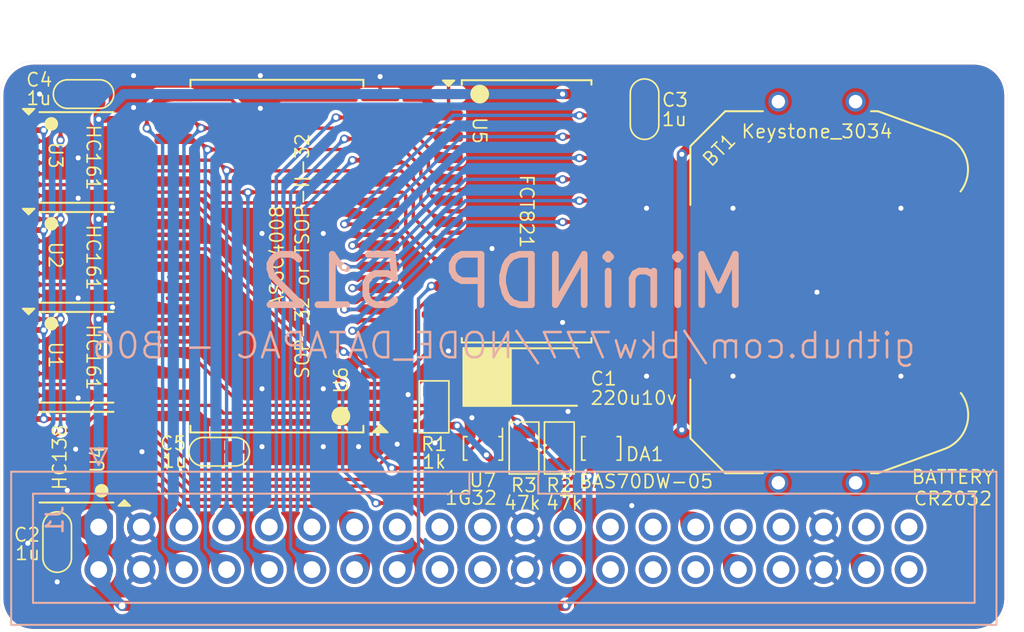
<source format=kicad_pcb>
(kicad_pcb (version 20240108) (generator "pcbnew") (generator_version "8.0")
  (title_block (title "MiniNDP 512") (date "2024-11-14") (rev "B06") (company "Brian K. White - b.kenyon.w@gmail.com") (comment 1 "github.com/bkw777/NODE_DATAPAC"))
  (layers (0 "F.Cu" signal) (31 "B.Cu" signal) (34 "B.Paste" user) (35 "F.Paste" user) (36 "B.SilkS" user "B.Silkscreen") (37 "F.SilkS" user "F.Silkscreen") (38 "B.Mask" user) (39 "F.Mask" user) (44 "Edge.Cuts" user))
  (net 0 "")
  (net 1 "GND")
  (net 2 "VMEM")
  (net 3 "VBUS")
  (net 4 "/AD0")
  (net 5 "/AD1")
  (net 6 "/AD2")
  (net 7 "/AD3")
  (net 8 "/AD4")
  (net 9 "/AD5")
  (net 10 "/AD6")
  (net 11 "/AD7")
  (net 12 "/A8")
  (net 13 "/A9")
  (net 14 "/~{RD}")
  (net 15 "/RAMRST")
  (net 16 "/~{Y0}")
  (net 17 "/(A)")
  (net 23 "/~{BLOCK}")
  (net 24 "/~{BYTE}")
  (net 25 "/TC0")
  (net 27 "/BUS_A10")
  (net 30 "/SLEEP")
  (net 31 "/A5")
  (net 32 "/A6")
  (net 33 "/TC1")
  (net 34 "/~{CE}")
  (net 35 "/A7")
  (net 36 "+BATT")
  (net 37 "/BUS_A8")
  (net 38 "/BUS_A9")
  (net 39 "/A0")
  (net 40 "/A1")
  (net 41 "/A2")
  (net 42 "/A3")
  (net 43 "/A4")
  (net 57 "/~{WR}")
  (net 59 "Net-(C1-Pad1)")
  (net 61 "/A15")
  (net 62 "/A12")
  (net 63 "/A13")
  (net 64 "/A18")
  (net 65 "/A14")
  (net 66 "/A16")
  (net 67 "/A17")
  (net 68 "/A10")
  (net 69 "/A11")
  (footprint "000_LOCAL:CP_6032" (layer "F.Cu") (at 153.309 104.825)
    (property "Reference" "C1")
    (property "Value" "220u10v")
  )
  (footprint "000_LOCAL:TSSOP-16" (layer "F.Cu") (at 126.5 109.6 180)
    (property "Reference" "U4")
    (property "Value" "HC138")
  )
  (footprint "000_LOCAL:C_0805" (layer "F.Cu") (at 125.35 114.655 -90)
    (property "Reference" "C2")
    (property "Value" "1u")
  )
  (footprint "000_LOCAL:SOIC-24" (layer "F.Cu") (at 153.309001 94.958999)
    (property "Reference" "U5")
    (property "Value" "FCT821")
  )
  (footprint "000_LOCAL:Fiducial_0.75_1.5" (layer "F.Cu") (at 179.95 118.025)
    (property "Reference" "F2" (hide yes))
    (property "Value" "Fiducial_0.75_1.5" (hide yes))
  )
  (footprint "000_LOCAL:TSSOP-16" (layer "F.Cu") (at 126.5 97.7)
    (property "Reference" "U2")
    (property "Value" "HC161")
  )
  (footprint "000_LOCAL:TSOP-II-SOP-32_dual" (layer "F.Cu") (at 138.4372 97.626 180)
    (property "Reference" "U6")
    (property "Value" "AS6C4008")
  )
  (footprint "000_LOCAL:Fiducial_0.75_1.5" (layer "F.Cu") (at 179.95 88.025 90)
    (property "Reference" "F2" (hide yes))
    (property "Value" "Fiducial_0.75_1.5" (hide yes))
  )
  (footprint "000_LOCAL:SOT-363_SC-70-6_symmetric" (layer "F.Cu") (at 157.75 109.075 90)
    (property "Reference" "DA1")
    (property "Value" "BAS70DW-05")
  )
  (footprint "000_LOCAL:R_0805" (layer "F.Cu") (at 147.8 106.625 90)
    (property "Reference" "R1")
    (property "Value" "1k")
  )
  (footprint "000_LOCAL:TSSOP-16" (layer "F.Cu") (at 126.5 91.75)
    (property "Reference" "U3")
    (property "Value" "HC161")
  )
  (footprint "000_LOCAL:SOT-353_SC-70-5" (layer "F.Cu") (at 150.709 109.075 -90)
    (property "Reference" "U7")
    (property "Value" "1G32")
  )
  (footprint "000_LOCAL:C_0805" (layer "F.Cu") (at 160.331999 88.874 -90)
    (property "Reference" "C3")
    (property "Value" "1u")
  )
  (footprint "000_LOCAL:R_0805" (layer "F.Cu") (at 155.259 109.075 90)
    (property "Reference" "R2")
    (property "Value" "47k")
  )
  (footprint "000_LOCAL:Fiducial_0.75_1.5" (layer "F.Cu") (at 123.95 118.025)
    (property "Reference" "F3" (hide yes))
    (property "Value" "Fiducial_0.75_1.5" (hide yes))
  )
  (footprint "000_LOCAL:MiniNDP_Cover" (layer "F.Cu") (at 151.95 103.025)
    (property "Reference" "ENCLOSURE")
    (property "Value" "MiniNDP_Cover")
  )
  (footprint "000_LOCAL:Keystone_3028_3034" (layer "F.Cu") (at 170.6 99.775 90)
    (property "Reference" "BT1")
    (property "Value" "Keystone_3034")
  )
  (footprint "000_LOCAL:R_0805" (layer "F.Cu") (at 153.159 109.075 90)
    (property "Reference" "R3")
    (property "Value" "47k")
  )
  (footprint "000_LOCAL:C_0805" (layer "F.Cu") (at 126.92 87.974001 180)
    (property "Reference" "C4")
    (property "Value" "1u")
  )
  (footprint "000_LOCAL:C_0805" (layer "F.Cu") (at 135 109.275)
    (property "Reference" "C5")
    (property "Value" "1u")
  )
  (footprint "000_LOCAL:TSSOP-16" (layer "F.Cu") (at 126.5 103.65)
    (property "Reference" "U1")
    (property "Value" "HC161")
  )
  (footprint "000_LOCAL:IDC-Header_2x20_P2.54mm_Vertical" (layer "B.Cu") (at 127.82 113.755 -90)
    (property "Reference" "J1")
    (property "Value" "Conn_02x20_Odd_Even")
  )
  (gr_poly (pts (xy 127.650592 105.275) (xy 127.82 105.105592) (xy 127.989407 105.275) (xy 127.82 105.444408)) (stroke (width 0.2)) (fill none) (layer "F.Cu") (net 3))
  (gr_poly (pts (xy 161.25 109.275) (xy 163.85 109.275) (xy 162.55 107.975)) (stroke (width 0.6)) (fill solid) (layer "F.Cu") (net 36))
  (gr_line (start 123.95 86.025) (end 179.95 86.025) (stroke (width 0.01)) (layer "Edge.Cuts"))
  (gr_line (start 179.95 120.025) (end 123.95 120.025) (stroke (width 0.01)) (layer "Edge.Cuts"))
  (gr_arc (start 179.95 86.024999) (mid 181.364214 86.610786) (end 181.950001 88.025) (stroke (width 0.01)) (layer "Edge.Cuts"))
  (gr_arc (start 123.95 120.025) (mid 122.535786 119.439214) (end 121.95 118.025) (stroke (width 0.01)) (layer "Edge.Cuts"))
  (gr_arc (start 181.950001 118.025) (mid 181.364214 119.439214) (end 179.95 120.025001) (stroke (width 0.01)) (layer "Edge.Cuts"))
  (gr_line (start 181.95 88.025) (end 181.95 118.025) (stroke (width 0.01)) (layer "Edge.Cuts"))
  (gr_arc (start 121.949999 88.025) (mid 122.535786 86.610786) (end 123.95 86.024999) (stroke (width 0.01)) (layer "Edge.Cuts"))
  (gr_line (start 121.95 118.025) (end 121.95 88.025) (stroke (width 0.01)) (layer "Edge.Cuts"))
  (gr_text "${TITLE}" (at 151.95 99.15 0) (layer "B.SilkS") (effects (font (size 3 3) (thickness 0.4)) (justify mirror)))
  (gr_text "${COMMENT1} - ${REVISION}" (at 151.95 102.96 0) (layer "B.SilkS") (effects (font (size 1.5 1.5)) (justify mirror)))
  (gr_text "SOP-32 or TSOP-II-32" (at 139.95 97.625 90) (layer "F.SilkS") (effects (font (size 0.8 0.8) (thickness 0.1))))
  (gr_text "BATTERY\nCR2032" (at 178.7 111.425 0) (layer "F.SilkS") (effects (font (size 0.8 0.8) (thickness 0.1))))
  (segment (start 122.7 103.325) (end 124.6 103.325) (width 0.2) (layer "F.Cu") (net 1))
  (segment (start 122.7 91.425) (end 124.6 91.425) (width 0.2) (layer "F.Cu") (net 1))
  (segment (start 122.7 97.375) (end 124.6 97.375) (width 0.2) (layer "F.Cu") (net 1))
  (segment (start 122.7 92.075) (end 124.6 92.075) (width 0.2) (layer "F.Cu") (net 1))
  (segment (start 122.7 98.025) (end 124.6 98.025) (width 0.2) (layer "F.Cu") (net 1))
  (segment (start 122.7 103.975) (end 124.6 103.975) (width 0.2) (layer "F.Cu") (net 1))
  (via (at 150.05 107.25) (size 0.5) (drill 0.3) (layers "F.Cu" "B.Cu") (net 1))
  (via (at 141.2 105.525) (size 0.5) (drill 0.3) (layers "F.Cu" "B.Cu") (net 1))
  (via (at 129.9 88.775) (size 0.5) (drill 0.3) (layers "F.Cu" "B.Cu") (net 1))
  (via (at 155.45 101.575) (size 0.5) (drill 0.3) (layers "F.Cu" "B.Cu") (net 1))
  (via (at 151.25 97.175) (size 0.5) (drill 0.3) (layers "F.Cu" "B.Cu") (net 1))
  (via (at 128.65 100.675) (size 0.5) (drill 0.3) (layers "F.Cu" "B.Cu") (net 1))
  (via (at 170.6 99.775) (size 0.5) (drill 0.3) (layers "F.Cu" "B.Cu") (net 1))
  (via (at 165.6 94.775) (size 0.5) (drill 0.3) (layers "F.Cu" "B.Cu") (net 1))
  (via (at 141.2 96.275) (size 0.5) (drill 0.3) (layers "F.Cu" "B.Cu") (net 1))
  (via (at 143.3 108.975) (size 0.5) (drill 0.3) (layers "F.Cu" "B.Cu") (net 1))
  (via (at 126.6 94.175) (size 0.5) (drill 0.3) (layers "F.Cu" "B.Cu") (net 1))
  (via (at 175.6 94.775) (size 0.5) (drill 0.3) (layers "F.Cu" "B.Cu") (net 1))
  (via (at 145.6 108.825) (size 0.5) (drill 0.3) (layers "F.Cu" "B.Cu") (net 1))
  (via (at 126.6 106.075) (size 0.5) (drill 0.3) (layers "F.Cu" "B.Cu") (net 1))
  (via (at 126.6 91.775) (size 0.5) (drill 0.3) (layers "F.Cu" "B.Cu") (net 1))
  (via (at 126.6 100.125) (size 0.5) (drill 0.3) (layers "F.Cu" "B.Cu") (net 1))
  (via (at 159.57 112.485) (size 0.5) (drill 0.3) (layers "F.Cu" "B.Cu") (net 1))
  (via (at 137.55 96.275) (size 0.5) (drill 0.3) (layers "F.Cu" "B.Cu") (net 1))
  (via (at 123.6 114.725) (size 0.5) (drill 0.3) (layers "F.Cu" "B.Cu") (net 1))
  (via (at 165.6 104.775) (size 0.5) (drill 0.3) (layers "F.Cu" "B.Cu") (net 1))
  (via (at 141.2 108.975) (size 0.5) (drill 0.3) (layers "F.Cu" "B.Cu") (net 1))
  (via (at 125.35 117.025) (size 0.5) (drill 0.3) (layers "F.Cu" "B.Cu") (net 1))
  (via (at 137.55 108.975) (size 0.5) (drill 0.3) (layers "F.Cu" "B.Cu") (net 1))
  (via (at 125.95 111.575) (size 0.5) (drill 0.3) (layers "F.Cu" "B.Cu") (net 1))
  (via (at 160.45 104.775) (size 0.5) (drill 0.3) (layers "F.Cu" "B.Cu") (net 1))
  (via (at 129.9 86.875) (size 0.5) (drill 0.3) (layers "F.Cu" "B.Cu") (net 1))
  (via (at 128.65 94.725) (size 0.5) (drill 0.3) (layers "F.Cu" "B.Cu") (net 1))
  (via (at 124.3 87.975) (size 0.5) (drill 0.3) (layers "F.Cu" "B.Cu") (net 1))
  (via (at 126.45 109.125) (size 0.5) (drill 0.3) (layers "F.Cu" "B.Cu") (net 1))
  (via (at 144.584 86.9326) (size 0.5) (drill 0.3) (layers "F.Cu" "B.Cu") (net 1))
  (via (at 146.25 105.875) (size 0.5) (drill 0.3) (layers "F.Cu" "B.Cu") (net 1))
  (via (at 137.55 105.525) (size 0.5) (drill 0.3) (layers "F.Cu" "B.Cu") (net 1))
  (via (at 130.4 109.275) (size 0.5) (drill 0.3) (layers "F.Cu" "B.Cu") (net 1))
  (via (at 160.45 94.775) (size 0.5) (drill 0.3) (layers "F.Cu" "B.Cu") (net 1))
  (via (at 137.45 88.825) (size 0.5) (drill 0.3) (layers "F.Cu" "B.Cu") (net 1))
  (via (at 175.6 104.775) (size 0.5) (drill 0.3) (layers "F.Cu" "B.Cu") (net 1))
  (via (at 155.775 106.875) (size 0.5) (drill 0.3) (layers "F.Cu" "B.Cu") (net 1))
  (via (at 148.65 103.275) (size 0.5) (drill 0.3) (layers "F.Cu" "B.Cu") (net 1))
  (via (at 137.45 86.875) (size 0.5) (drill 0.3) (layers "F.Cu" "B.Cu") (net 1))
  (via (at 147.85 108.75) (size 0.5) (drill 0.3) (layers "F.Cu" "B.Cu") (net 1))
  (segment (start 147.950001 107.725) (end 147.8 107.574999) (width 0.4) (layer "F.Cu") (net 2))
  (segment (start 153.159 110.025) (end 153.159001 110.024999) (width 0.4) (layer "F.Cu") (net 2))
  (segment (start 151.359 109.909) (end 151.359 110.025) (width 0.4) (layer "F.Cu") (net 2))
  (segment (start 149.175 107.725) (end 147.950001 107.725) (width 0.4) (layer "F.Cu") (net 2))
  (segment (start 134.1 109.275) (end 134.1 107.525) (width 0.6) (layer "F.Cu") (net 2))
  (segment (start 133.726 107.151) (end 132.2904 107.151) (width 0.6) (layer "F.Cu") (net 2))
  (segment (start 150.9125 109.4625) (end 151.359 109.909) (width 0.4) (layer "F.Cu") (net 2))
  (segment (start 134.1 107.525) (end 133.726 107.151) (width 0.6) (layer "F.Cu") (net 2))
  (segment (start 143.072 107.925) (end 146.15 107.925) (width 0.4) (layer "F.Cu") (net 2))
  (segment (start 151.359 110.025) (end 153.159 110.025) (width 0.4) (layer "F.Cu") (net 2))
  (segment (start 146.15 107.925) (end 146.35 107.725) (width 0.4) (layer "F.Cu") (net 2))
  (segment (start 142.672 107.525) (end 143.072 107.925) (width 0.4) (layer "F.Cu") (net 2))
  (segment (start 134.1 107.525) (end 142.672 107.525) (width 0.4) (layer "F.Cu") (net 2))
  (segment (start 155.7 109.525) (end 157.1 108.125) (width 0.4) (layer "F.Cu") (net 2))
  (segment (start 147.649999 107.725) (end 147.8 107.574999) (width 0.4) (layer "F.Cu") (net 2))
  (segment (start 146.35 107.725) (end 147.649999 107.725) (width 0.4) (layer "F.Cu") (net 2))
  (segment (start 153.159001 110.024999) (end 155.7 110.024999) (width 0.4) (layer "F.Cu") (net 2))
  (segment (start 155.7 110.024999) (end 155.7 109.525) (width 0.4) (layer "F.Cu") (net 2))
  (via (at 149.175 107.725) (size 0.5) (drill 0.3) (layers "F.Cu" "B.Cu") (net 2))
  (via (at 150.9125 109.4625) (size 0.5) (drill 0.3) (layers "F.Cu" "B.Cu") (net 2))
  (segment (start 149.175 107.725) (end 150.9125 109.4625) (width 0.4) (layer "B.Cu") (net 2))
  (segment (start 124.65 112.225) (end 124.3 111.875) (width 0.4) (layer "F.Cu") (net 3))
  (segment (start 127.82 89.475) (end 129.35 89.475) (width 0.4) (layer "F.Cu") (net 3))
  (segment (start 129.35 99.975) (end 129.35 101.375) (width 0.2) (layer "F.Cu") (net 3))
  (segment (start 129.35 95.425) (end 127.82 95.425) (width 0.4) (layer "F.Cu") (net 3))
  (segment (start 127.82 105.72) (end 127.82 101.375) (width 0.2) (layer "F.Cu") (net 3))
  (segment (start 124.3 111.875) (end 123.65 111.875) (width 0.4) (layer "F.Cu") (net 3))
  (segment (start 129.35 105.275) (end 123.65 105.275) (width 0.2) (layer "F.Cu") (net 3))
  (segment (start 125.35 113.755) (end 125.14 113.755) (width 0.4) (layer "F.Cu") (net 3))
  (segment (start 157.03 110.725) (end 157.1 110.655) (width 0.4) (layer "F.Cu") (net 3))
  (segment (start 129.217 118.454) (end 155.633 118.454) (width 0.6) (layer "F.Cu") (net 3))
  (segment (start 129.35 94.025) (end 129.35 95.425) (width 0.2) (layer "F.Cu") (net 3))
  (segment (start 128.025 105.925) (end 127.82 105.72) (width 0.2) (layer "F.Cu") (net 3))
  (segment (start 125.14 113.755) (end 124.65 113.265) (width 0.4) (layer "F.Cu") (net 3))
  (segment (start 129.35 105.925) (end 128.025 105.925) (width 0.2) (layer "F.Cu") (net 3))
  (segment (start 157.959001 87.974) (end 160.331999 87.974) (width 0.6) (layer "F.Cu") (net 3))
  (segment (start 124.65 113.265) (end 124.65 112.225) (width 0.4) (layer "F.Cu") (net 3))
  (segment (start 127.82 87.974001) (end 127.82 89.475) (width 0.6) (layer "F.Cu") (net 3))
  (segment (start 129.35 101.375) (end 127.82 101.375) (width 0.4) (layer "F.Cu") (net 3))
  (segment (start 127.82 113.755) (end 125.35 113.755) (width 0.8) (layer "F.Cu") (net 3))
  (segment (start 157.1 110.655) (end 157.1 110.225) (width 0.4) (layer "F.Cu") (net 3))
  (segment (start 155.45 87.974) (end 157.959001 87.974) (width 0.6) (layer "F.Cu") (net 3))
  (via (at 127.82 95.425) (size 0.5) (drill 0.3) (layers "F.Cu" "B.Cu") (net 3))
  (via (at 157.03 110.725) (size 0.5) (drill 0.3) (layers "F.Cu" "B.Cu") (net 3))
  (via (at 155.45 87.974) (size 0.5) (drill 0.3) (layers "F.Cu" "B.Cu") (net 3))
  (via (at 129.217 118.454) (size 0.6) (drill 0.4) (layers "F.Cu" "B.Cu") (net 3))
  (via (at 127.82 89.475) (size 0.5) (drill 0.3) (layers "F.Cu" "B.Cu") (net 3))
  (via (at 127.82 101.375) (size 0.5) (drill 0.3) (layers "F.Cu" "B.Cu") (net 3))
  (via (at 155.633 118.454) (size 0.5) (drill 0.3) (layers "F.Cu" "B.Cu") (net 3))
  (segment (start 129.321 87.974) (end 127.82 89.475) (width 0.6) (layer "B.Cu") (net 3))
  (segment (start 127.82 117.057) (end 127.82 116.295) (width 0.6) (layer "B.Cu") (net 3))
  (segment (start 127.82 95.425) (end 127.82 89.475) (width 0.6) (layer "B.Cu") (net 3))
  (segment (start 127.82 101.375) (end 127.82 95.425) (width 0.6) (layer "B.Cu") (net 3))
  (segment (start 155.633 118.454) (end 157.03 117.057) (width 0.4) (layer "B.Cu") (net 3))
  (segment (start 127.82 113.755) (end 127.82 101.375) (width 0.6) (layer "B.Cu") (net 3))
  (segment (start 155.45 87.974) (end 129.321 87.974) (width 0.6) (layer "B.Cu") (net 3))
  (segment (start 127.82 116.295) (end 127.82 113.755) (width 1) (layer "B.Cu") (net 3))
  (segment (start 129.217 118.454) (end 127.82 117.057) (width 0.6) (layer "B.Cu") (net 3))
  (segment (start 157.03 117.057) (end 157.03 110.725) (width 0.4) (layer "B.Cu") (net 3))
  (segment (start 135.7292 88.3042) (end 136.9 89.475) (width 0.2) (layer "F.Cu") (net 4))
  (segment (start 147.3018 89.0408) (end 148.455802 89.0408) (width 0.2) (layer "F.Cu") (net 4))
  (segment (start 148.455802 89.0408) (end 148.659001 89.243999) (width 0.2) (layer "F.Cu") (net 4))
  (segment (start 138 89.475) (end 138.739 88.736) (width 0.2) (layer "F.Cu") (net 4))
  (segment (start 130.6902 90.006) (end 130.6902 88.863) (width 0.2) (layer "F.Cu") (net 4))
  (segment (start 131.4522 88.101) (end 132.2904 88.101) (width 0.2) (layer "F.Cu") (net 4))
  (segment (start 146.997 88.736) (end 147.3018 89.0408) (width 0.2) (layer "F.Cu") (net 4))
  (segment (start 130.6902 88.863) (end 131.4522 88.101) (width 0.2) (layer "F.Cu") (net 4))
  (segment (start 136.9 89.475) (end 138 89.475) (width 0.2) (layer "F.Cu") (net 4))
  (segment (start 138.739 88.736) (end 146.997 88.736) (width 0.2) (layer "F.Cu") (net 4))
  (segment (start 132.4936 88.3042) (end 135.7292 88.3042) (width 0.2) (layer "F.Cu") (net 4))
  (segment (start 132.2904 88.101) (end 132.4936 88.3042) (width 0.2) (layer "F.Cu") (net 4))
  (via (at 130.6902 90.006) (size 0.5) (drill 0.3) (layers "F.Cu" "B.Cu") (net 4))
  (segment (start 131.63 115.025) (end 132.9 116.295) (width 0.2) (layer "B.Cu") (net 4))
  (segment (start 130.6902 90.006) (end 131.63 90.9458) (width 0.2) (layer "B.Cu") (net 4))
  (segment (start 131.63 90.9458) (end 131.63 115.025) (width 0.2) (layer "B.Cu") (net 4))
  (segment (start 133.281 89.371) (end 132.2904 89.371) (width 0.2) (layer "F.Cu") (net 5))
  (segment (start 146.29 90.006) (end 148.067999 91.783999) (width 0.2) (layer "F.Cu") (net 5))
  (segment (start 148.067999 91.783999) (end 148.659 91.783999) (width 0.2) (layer "F.Cu") (net 5))
  (segment (start 133.916 90.006) (end 146.29 90.006) (width 0.2) (layer "F.Cu") (net 5))
  (segment (start 133.916 90.006) (end 133.281 89.371) (width 0.2) (layer "F.Cu") (net 5))
  (via (at 133.916 90.006) (size 0.5) (drill 0.3) (layers "F.Cu" "B.Cu") (net 5))
  (segment (start 133.916 90.006) (end 132.9 91.022) (width 0.2) (layer "B.Cu") (net 5))
  (segment (start 132.9 91.022) (end 132.9 113.755) (width 0.2) (layer "B.Cu") (net 5))
  (segment (start 147.009 92.304) (end 147.009 92.7612) (width 0.2) (layer "F.Cu") (net 6))
  (segment (start 147.459 93.875) (end 147.709 94.125) (width 0.2) (layer "F.Cu") (net 6))
  (segment (start 133.8682 90.8442) (end 132.4936 90.8442) (width 0.2) (layer "F.Cu") (net 6))
  (segment (start 134.3 91.276) (end 145.981 91.276) (width 0.2) (layer "F.Cu") (net 6))
  (segment (start 132.4936 90.8442) (end 132.2904 90.641) (width 0.2) (layer "F.Cu") (net 6))
  (segment (start 148.460002 94.125) (end 148.659001 94.323999) (width 0.2) (layer "F.Cu") (net 6))
  (segment (start 134.3 91.276) (end 133.8682 90.8442) (width 0.2) (layer "F.Cu") (net 6))
  (segment (start 145.981 91.276) (end 147.009 92.304) (width 0.2) (layer "F.Cu") (net 6))
  (segment (start 147.009 92.7612) (end 147.459 93.2112) (width 0.2) (layer "F.Cu") (net 6))
  (segment (start 147.459 93.2112) (end 147.459 93.875) (width 0.2) (layer "F.Cu") (net 6))
  (segment (start 147.709 94.125) (end 148.460002 94.125) (width 0.2) (layer "F.Cu") (net 6))
  (via (at 134.3 91.276) (size 0.5) (drill 0.3) (layers "F.Cu" "B.Cu") (net 6))
  (segment (start 134.3 91.276) (end 134.17 91.406) (width 0.2) (layer "B.Cu") (net 6))
  (segment (start 134.17 91.406) (end 134.17 115.025) (width 0.2) (layer "B.Cu") (net 6))
  (segment (start 134.17 115.025) (end 135.44 116.295) (width 0.2) (layer "B.Cu") (net 6))
  (segment (start 134.826 91.911) (end 132.2904 91.911) (width 0.2) (layer "F.Cu") (net 7))
  (segment (start 146.109 92.804) (end 146.109 93.2836) (width 0.2) (layer "F.Cu") (net 7))
  (segment (start 146.559 93.7336) (end 146.559 95.325) (width 0.2) (layer "F.Cu") (net 7))
  (segment (start 135.44 92.525) (end 135.461 92.546) (width 0.2) (layer "F.Cu") (net 7))
  (segment (start 146.559 95.325) (end 148.097999 96.863999) (width 0.2) (layer "F.Cu") (net 7))
  (segment (start 148.097999 96.863999) (end 148.659001 96.863999) (width 0.2) (layer "F.Cu") (net 7))
  (segment (start 135.461 92.546) (end 145.851 92.546) (width 0.2) (layer "F.Cu") (net 7))
  (segment (start 146.109 93.2836) (end 146.559 93.7336) (width 0.2) (layer "F.Cu") (net 7))
  (segment (start 135.44 92.525) (end 134.826 91.911) (width 0.2) (layer "F.Cu") (net 7))
  (segment (start 145.851 92.546) (end 146.109 92.804) (width 0.2) (layer "F.Cu") (net 7))
  (via (at 135.44 92.525) (size 0.5) (drill 0.3) (layers "F.Cu" "B.Cu") (net 7))
  (segment (start 135.44 92.525) (end 135.44 113.755) (width 0.2) (layer "B.Cu") (net 7))
  (segment (start 136.719 93.816) (end 145.9 93.816) (width 0.2) (layer "F.Cu") (net 8))
  (segment (start 136.71 93.825) (end 134.941 93.825) (width 0.2) (layer "F.Cu") (net 8))
  (segment (start 146.109 96.125) (end 148.117999 98.133999) (width 0.2) (layer "F.Cu") (net 8))
  (segment (start 148.117999 98.133999) (end 148.659 98.133999) (width 0.2) (layer "F.Cu") (net 8))
  (segment (start 134.297 93.181) (end 132.2904 93.181) (width 0.2) (layer "F.Cu") (net 8))
  (segment (start 145.9 93.816) (end 146.109 94.025) (width 0.2) (layer "F.Cu") (net 8))
  (segment (start 134.941 93.825) (end 134.297 93.181) (width 0.2) (layer "F.Cu") (net 8))
  (segment (start 136.71 93.825) (end 136.719 93.816) (width 0.2) (layer "F.Cu") (net 8))
  (segment (start 146.109 94.025) (end 146.109 96.125) (width 0.2) (layer "F.Cu") (net 8))
  (via (at 136.71 93.825) (size 0.5) (drill 0.3) (layers "F.Cu" "B.Cu") (net 8))
  (segment (start 136.71 93.825) (end 136.71 115.025) (width 0.2) (layer "B.Cu") (net 8))
  (segment (start 136.71 115.025) (end 137.98 116.295) (width 0.2) (layer "B.Cu") (net 8))
  (segment (start 146.5914 89.575) (end 147.3414 90.325) (width 0.2) (layer "F.Cu") (net 9))
  (segment (start 148.470002 90.325) (end 148.659001 90.513999) (width 0.2) (layer "F.Cu") (net 9))
  (segment (start 144.8134 89.575) (end 146.5914 89.575) (width 0.2) (layer "F.Cu") (net 9))
  (segment (start 144.6094 89.371) (end 144.8134 89.575) (width 0.2) (layer "F.Cu") (net 9))
  (segment (start 141.95 89.371) (end 144.6094 89.371) (width 0.2) (layer "F.Cu") (net 9))
  (segment (start 147.3414 90.325) (end 148.470002 90.325) (width 0.2) (layer "F.Cu") (net 9))
  (via (at 141.95 89.371) (size 0.5) (drill 0.3) (layers "F.Cu" "B.Cu") (net 9))
  (segment (start 138.4 92.921) (end 138.4 113.335) (width 0.2) (layer "B.Cu") (net 9))
  (segment (start 141.95 89.371) (end 138.4 92.921) (width 0.2) (layer "B.Cu") (net 9))
  (segment (start 138.4 113.335) (end 137.98 113.755) (width 0.2) (layer "B.Cu") (net 9))
  (segment (start 147.459 92.0174) (end 147.459 92.426) (width 0.2) (layer "F.Cu") (net 10))
  (segment (start 148.086999 93.053999) (end 148.659001 93.053999) (width 0.2) (layer "F.Cu") (net 10))
  (segment (start 142.45 90.641) (end 144.6094 90.641) (width 0.2) (layer "F.Cu") (net 10))
  (segment (start 144.7934 90.825) (end 146.2666 90.825) (width 0.2) (layer "F.Cu") (net 10))
  (segment (start 146.2666 90.825) (end 147.459 92.0174) (width 0.2) (layer "F.Cu") (net 10))
  (segment (start 144.6094 90.641) (end 144.7934 90.825) (width 0.2) (layer "F.Cu") (net 10))
  (segment (start 147.459 92.426) (end 148.086999 93.053999) (width 0.2) (layer "F.Cu") (net 10))
  (via (at 142.45 90.641) (size 0.5) (drill 0.3) (layers "F.Cu" "B.Cu") (net 10))
  (segment (start 139.25 93.841) (end 139.25 115.025) (width 0.2) (layer "B.Cu") (net 10))
  (segment (start 139.25 115.025) (end 140.52 116.295) (width 0.2) (layer "B.Cu") (net 10))
  (segment (start 142.45 90.641) (end 139.25 93.841) (width 0.2) (layer "B.Cu") (net 10))
  (segment (start 146.0688 92.075) (end 146.559 92.5652) (width 0.2) (layer "F.Cu") (net 11))
  (segment (start 142.933 91.911) (end 144.6094 91.911) (width 0.2) (layer "F.Cu") (net 11))
  (segment (start 147.009 94.475) (end 148.127999 95.593999) (width 0.2) (layer "F.Cu") (net 11))
  (segment (start 144.6094 91.911) (end 144.7734 92.075) (width 0.2) (layer "F.Cu") (net 11))
  (segment (start 146.559 92.5652) (end 146.559 93.0245) (width 0.2) (layer "F.Cu") (net 11))
  (segment (start 144.7734 92.075) (end 146.0688 92.075) (width 0.2) (layer "F.Cu") (net 11))
  (segment (start 147.009 93.4745) (end 147.009 94.475) (width 0.2) (layer "F.Cu") (net 11))
  (segment (start 148.127999 95.593999) (end 148.659001 95.593999) (width 0.2) (layer "F.Cu") (net 11))
  (segment (start 146.559 93.0245) (end 147.009 93.4745) (width 0.2) (layer "F.Cu") (net 11))
  (via (at 142.933 91.911) (size 0.5) (drill 0.3) (layers "F.Cu" "B.Cu") (net 11))
  (segment (start 140.1 94.744) (end 140.1 113.335) (width 0.2) (layer "B.Cu") (net 11))
  (segment (start 142.933 91.911) (end 140.1 94.744) (width 0.2) (layer "B.Cu") (net 11))
  (segment (start 140.1 113.335) (end 140.52 113.755) (width 0.2) (layer "B.Cu") (net 11))
  (segment (start 130.8 92.325) (end 130.8 91.525) (width 0.2) (layer "F.Cu") (net 12))
  (segment (start 131.021 92.546) (end 130.8 92.325) (width 0.2) (layer "F.Cu") (net 12))
  (segment (start 130.8 91.525) (end 130.05 90.775) (width 0.2) (layer "F.Cu") (net 12))
  (segment (start 130.05 90.775) (end 129.35 90.775) (width 0.2) (layer "F.Cu") (net 12))
  (segment (start 144.584 93.181) (end 135.056 93.181) (width 0.2) (layer "F.Cu") (net 12))
  (segment (start 134.421 92.546) (end 131.021 92.546) (width 0.2) (layer "F.Cu") (net 12))
  (segment (start 135.056 93.181) (end 134.421 92.546) (width 0.2) (layer "F.Cu") (net 12))
  (segment (start 134.805 94.451) (end 134.17 93.816) (width 0.2) (layer "F.Cu") (net 13))
  (segment (start 134.17 93.816) (end 131.091 93.816) (width 0.2) (layer "F.Cu") (net 13))
  (segment (start 144.584 94.451) (end 134.805 94.451) (width 0.2) (layer "F.Cu") (net 13))
  (segment (start 130.05 91.425) (end 129.35 91.425) (width 0.2) (layer "F.Cu") (net 13))
  (segment (start 130.4 91.775) (end 130.05 91.425) (width 0.2) (layer "F.Cu") (net 13))
  (segment (start 130.4 93.125) (end 130.4 91.775) (width 0.2) (layer "F.Cu") (net 13))
  (segment (start 131.091 93.816) (end 130.4 93.125) (width 0.2) (layer "F.Cu") (net 13))
  (segment (start 142.35 105.225) (end 134.3192 97.1942) (width 0.2) (layer "F.Cu") (net 14))
  (segment (start 144.33 112.3326) (end 146.0576 112.3326) (width 0.2) (layer "F.Cu") (net 14))
  (segment (start 147.5 115.025) (end 154.49 115.025) (width 0.2) (layer "F.Cu") (net 14))
  (segment (start 146.0576 112.3326) (end 146.87 113.145) (width 0.2) (layer "F.Cu") (net 14))
  (segment (start 132.4936 97.1942) (end 132.2904 96.991) (width 0.2) (layer "F.Cu") (net 14))
  (segment (start 154.49 115.025) (end 155.76 116.295) (width 0.2) (layer "F.Cu") (net 14))
  (segment (start 146.87 114.395) (end 147.5 115.025) (width 0.2) (layer "F.Cu") (net 14))
  (segment (start 134.3192 97.1942) (end 132.4936 97.1942) (width 0.2) (layer "F.Cu") (net 14))
  (segment (start 146.87 113.145) (end 146.87 114.395) (width 0.2) (layer "F.Cu") (net 14))
  (via (at 142.35 105.225) (size 0.5) (drill 0.3) (layers "F.Cu" "B.Cu") (net 14))
  (via (at 144.33 112.3326) (size 0.5) (drill 0.3) (layers "F.Cu" "B.Cu") (net 14))
  (segment (start 142.35 110.3526) (end 142.35 105.225) (width 0.2) (layer "B.Cu") (net 14))
  (segment (start 144.33 112.3326) (end 142.35 110.3526) (width 0.2) (layer "B.Cu") (net 14))
  (segment (start 173.54 116.295) (end 172.27 115.025) (width 0.3) (layer "F.Cu") (net 15))
  (segment (start 158.4 110.125) (end 158.4 110.025) (width 0.3) (layer "F.Cu") (net 15))
  (segment (start 158.7 110.425) (end 158.4 110.125) (width 0.3) (layer "F.Cu") (net 15))
  (segment (start 172.27 115.025) (end 167.79975 115.025) (width 0.3) (layer "F.Cu") (net 15))
  (segment (start 167.79975 115.025) (end 167.19 114.41525) (width 0.3) (layer "F.Cu") (net 15))
  (segment (start 167.19 113.115) (end 166.5 112.425) (width 0.3) (layer "F.Cu") (net 15))
  (segment (start 163.3 110.425) (end 158.7 110.425) (width 0.3) (layer "F.Cu") (net 15))
  (segment (start 166.5 112.425) (end 165.3 112.425) (width 0.3) (layer "F.Cu") (net 15))
  (segment (start 165.3 112.425) (end 163.3 110.425) (width 0.3) (layer "F.Cu") (net 15))
  (segment (start 167.19 114.41525) (end 167.19 113.115) (width 0.3) (layer "F.Cu") (net 15))
  (segment (start 163.38 113.755) (end 161.35 111.725) (width 0.2) (layer "F.Cu") (net 16))
  (segment (start 131.35 109.925) (end 129.35 109.925) (width 0.2) (layer "F.Cu") (net 16))
  (segment (start 133.15 111.725) (end 131.35 109.925) (width 0.2) (layer "F.Cu") (net 16))
  (segment (start 161.35 111.725) (end 133.15 111.725) (width 0.2) (layer "F.Cu") (net 16))
  (segment (start 130.65 108.625) (end 129.35 108.625) (width 0.2) (layer "F.Cu") (net 17))
  (segment (start 162.85 111.325) (end 133.35 111.325) (width 0.2) (layer "F.Cu") (net 17))
  (segment (start 164.65 115.025) (end 164.65 113.125) (width 0.2) (layer "F.Cu") (net 17))
  (segment (start 164.65 113.125) (end 162.85 111.325) (width 0.2) (layer "F.Cu") (net 17))
  (segment (start 165.92 116.295) (end 164.65 115.025) (width 0.2) (layer "F.Cu") (net 17))
  (segment (start 133.35 111.325) (end 130.65 108.625) (width 0.2) (layer "F.Cu") (net 17))
  (segment (start 125.55 108) (end 124.925 108.625) (width 0.2) (layer "F.Cu") (net 23))
  (segment (start 130.2 106.825) (end 130.4 107.025) (width 0.2) (layer "F.Cu") (net 23))
  (segment (start 158.75 108.775) (end 159 108.525) (width 0.2) (layer "F.Cu") (net 23))
  (segment (start 156.4 110.425) (end 156.4 109.725) (width 0.2) (layer "F.Cu") (net 23))
  (segment (start 156.4 109.725) (end 157.35 108.775) (width 0.2) (layer "F.Cu") (net 23))
  (segment (start 126.7 108) (end 127.875 106.825) (width 0.2) (layer "F.Cu") (net 23))
  (segment (start 127.875 106.825) (end 130.2 106.825) (width 0.2) (layer "F.Cu") (net 23))
  (segment (start 125.55 90.175) (end 124.85 89.475) (width 0.2) (layer "F.Cu") (net 23))
  (segment (start 123.65 95.425) (end 125.55 95.425) (width 0.2) (layer "F.Cu") (net 23))
  (segment (start 155.9 110.925) (end 156.4 110.425) (width 0.2) (layer "F.Cu") (net 23))
  (segment (start 130.4 107.025) (end 130.4 107.775) (width 0.2) (layer "F.Cu") (net 23))
  (segment (start 130.4 107.775) (end 133.55 110.925) (width 0.2) (layer "F.Cu") (net 23))
  (segment (start 125.55 90.725) (end 125.55 90.175) (width 0.2) (layer "F.Cu") (net 23))
  (segment (start 158.518998 101.943998) (end 157.959001 101.943998) (width 0.2) (layer "F.Cu") (net 23))
  (segment (start 125.55 101.375) (end 123.65 101.375) (width 0.2) (layer "F.Cu") (net 23))
  (segment (start 125.55 108) (end 126.7 108) (width 0.2) (layer "F.Cu") (net 23))
  (segment (start 124.925 108.625) (end 123.65 108.625) (width 0.2) (layer "F.Cu") (net 23))
  (segment (start 159 102.425) (end 158.518998 101.943998) (width 0.2) (layer "F.Cu") (net 23))
  (segment (start 133.55 110.925) (end 155.9 110.925) (width 0.2) (layer "F.Cu") (net 23))
  (segment (start 124.85 89.475) (end 123.65 89.475) (width 0.2) (layer "F.Cu") (net 23))
  (segment (start 157.35 108.775) (end 158.75 108.775) (width 0.2) (layer "F.Cu") (net 23))
  (segment (start 159 108.525) (end 159 102.425) (width 0.2) (layer "F.Cu") (net 23))
  (via (at 125.55 95.425) (size 0.5) (drill 0.3) (layers "F.Cu" "B.Cu") (net 23))
  (via (at 125.55 90.725) (size 0.5) (drill 0.3) (layers "F.Cu" "B.Cu") (net 23))
  (via (at 125.55 108) (size 0.5) (drill 0.3) (layers "F.Cu" "B.Cu") (net 23))
  (via (at 125.55 101.375) (size 0.5) (drill 0.3) (layers "F.Cu" "B.Cu") (net 23))
  (segment (start 125.55 95.425) (end 125.55 90.725) (width 0.2) (layer "B.Cu") (net 23))
  (segment (start 125.55 108) (end 125.55 101.375) (width 0.2) (layer "B.Cu") (net 23))
  (segment (start 125.55 101.375) (end 125.55 95.425) (width 0.2) (layer "B.Cu") (net 23))
  (segment (start 130.8 107.575) (end 133.6 110.375) (width 0.2) (layer "F.Cu") (net 24))
  (segment (start 130.4 106.425) (end 130.8 106.825) (width 0.2) (layer "F.Cu") (net 24))
  (segment (start 150.609 108.525) (end 150.609 108.225001) (width 0.2) (layer "F.Cu") (net 24))
  (segment (start 123.65 107.325) (end 124.55 107.325) (width 0.2) (layer "F.Cu") (net 24))
  (segment (start 144.2 110.375) (end 144.95 109.625) (width 0.2) (layer "F.Cu") (net 24))
  (segment (start 149.509 109.625) (end 150.609 108.525) (width 0.2) (layer "F.Cu") (net 24))
  (segment (start 126.775 107.325) (end 127.675 106.425) (width 0.2) (layer "F.Cu") (net 24))
  (segment (start 133.6 110.375) (end 144.2 110.375) (width 0.2) (layer "F.Cu") (net 24))
  (segment (start 130.8 106.825) (end 130.8 107.575) (width 0.2) (layer "F.Cu") (net 24))
  (segment (start 124.55 107.325) (end 126.775 107.325) (width 0.2) (layer "F.Cu") (net 24))
  (segment (start 123.65 96.075) (end 124.55 96.075) (width 0.2) (layer "F.Cu") (net 24))
  (segment (start 150.609 108.225001) (end 150.709 108.125001) (width 0.2) (layer "F.Cu") (net 24))
  (segment (start 123.65 102.025) (end 124.55 102.025) (width 0.2) (layer "F.Cu") (net 24))
  (segment (start 127.675 106.425) (end 130.4 106.425) (width 0.2) (layer "F.Cu") (net 24))
  (segment (start 144.95 109.625) (end 149.509 109.625) (width 0.2) (layer "F.Cu") (net 24))
  (segment (start 123.65 90.125) (end 124.55 90.125) (width 0.2) (layer "F.Cu") (net 24))
  (via (at 124.55 102.025) (size 0.5) (drill 0.3) (layers "F.Cu" "B.Cu") (net 24))
  (via (at 124.55 96.075) (size 0.5) (drill 0.3) (layers "F.Cu" "B.Cu") (net 24))
  (via (at 124.55 107.325) (size 0.5) (drill 0.3) (layers "F.Cu" "B.Cu") (net 24))
  (via (at 124.55 90.125) (size 0.5) (drill 0.3) (layers "F.Cu" "B.Cu") (net 24))
  (segment (start 124.55 96.075) (end 124.55 90.125) (width 0.2) (layer "B.Cu") (net 24))
  (segment (start 124.55 107.325) (end 124.55 102.025) (width 0.2) (layer "B.Cu") (net 24))
  (segment (start 124.55 102.025) (end 124.55 96.075) (width 0.2) (layer "B.Cu") (net 24))
  (segment (start 130.05 102.025) (end 130.4 101.675) (width 0.2) (layer "F.Cu") (net 25))
  (segment (start 123.65 99.325) (end 129.35 99.325) (width 0.2) (layer "F.Cu") (net 25))
  (segment (start 130.05 99.325) (end 129.35 99.325) (width 0.2) (layer "F.Cu") (net 25))
  (segment (start 129.35 102.025) (end 130.05 102.025) (width 0.2) (layer "F.Cu") (net 25))
  (segment (start 130.4 99.675) (end 130.05 99.325) (width 0.2) (layer "F.Cu") (net 25))
  (segment (start 130.4 101.675) (end 130.4 99.675) (width 0.2) (layer "F.Cu") (net 25))
  (segment (start 147.632 99.403999) (end 148.659001 99.403999) (width 0.2) (layer "F.Cu") (net 27))
  (via (at 147.632 99.403999) (size 0.5) (drill 0.3) (layers "F.Cu" "B.Cu") (net 27))
  (segment (start 146.87 100.165999) (end 146.87 115.025) (width 0.2) (layer "B.Cu") (net 27))
  (segment (start 147.632 99.403999) (end 146.87 100.165999) (width 0.2) (layer "B.Cu") (net 27))
  (segment (start 146.87 115.025) (end 145.6 116.295) (width 0.2) (layer "B.Cu") (net 27))
  (segment (start 154.709 108.125001) (end 154.709 108.866) (width 0.2) (layer "F.Cu") (net 30))
  (segment (start 154.709 108.866) (end 154.2 109.375) (width 0.2) (layer "F.Cu") (net 30))
  (segment (start 158.3 108.025) (end 158.3 107.675) (width 0.2) (layer "F.Cu") (net 30))
  (segment (start 158.4 108.125) (end 158.3 108.025) (width 0.2) (layer "F.Cu") (net 30))
  (segment (start 155.259 108.125001) (end 154.709 108.125001) (width 0.2) (layer "F.Cu") (net 30))
  (segment (start 156.35 107.875) (end 155.509001 107.875) (width 0.2) (layer "F.Cu") (net 30))
  (segment (start 151.459 108.734) (end 151.459 108.225) (width 0.2) (layer "F.Cu") (net 30))
  (segment (start 156.8 107.425) (end 156.35 107.875) (width 0.2) (layer "F.Cu") (net 30))
  (segment (start 158.3 107.675) (end 158.05 107.425) (width 0.2) (layer "F.Cu") (net 30))
  (segment (start 152.1 109.375) (end 151.459 108.734) (width 0.2) (layer "F.Cu") (net 30))
  (segment (start 151.459 108.225) (end 151.359 108.125) (width 0.2) (layer "F.Cu") (net 30))
  (segment (start 154.2 109.375) (end 152.1 109.375) (width 0.2) (layer "F.Cu") (net 30))
  (segment (start 158.05 107.425) (end 156.8 107.425) (width 0.2) (layer "F.Cu") (net 30))
  (segment (start 155.509001 107.875) (end 155.259 108.125001) (width 0.2) (layer "F.Cu") (net 30))
  (segment (start 130.9 98.075) (end 132.1044 98.075) (width 0.2) (layer "F.Cu") (net 31))
  (segment (start 132.1044 98.075) (end 132.2904 98.261) (width 0.2) (layer "F.Cu") (net 31))
  (segment (start 130.2 97.375) (end 130.9 98.075) (width 0.2) (layer "F.Cu") (net 31))
  (segment (start 129.35 97.375) (end 130.2 97.375) (width 0.2) (layer "F.Cu") (net 31))
  (segment (start 130.05 98.025) (end 131.556 99.531) (width 0.2) (layer "F.Cu") (net 32))
  (segment (start 131.556 99.531) (end 132.2904 99.531) (width 0.2) (layer "F.Cu") (net 32))
  (segment (start 129.35 98.025) (end 130.05 98.025) (width 0.2) (layer "F.Cu") (net 32))
  (segment (start 123.65 93.375) (end 129.35 93.375) (width 0.2) (layer "F.Cu") (net 33))
  (segment (start 129.35 96.075) (end 130.05 96.075) (width 0.2) (layer "F.Cu") (net 33))
  (segment (start 130.4 95.725) (end 130.4 93.725) (width 0.2) (layer "F.Cu") (net 33))
  (segment (start 130.05 96.075) (end 130.4 95.725) (width 0.2) (layer "F.Cu") (net 33))
  (segment (start 130.4 93.725) (end 130.05 93.375) (width 0.2) (layer "F.Cu") (net 33))
  (segment (start 130.05 93.375) (end 129.35 93.375) (width 0.2) (layer "F.Cu") (net 33))
  (segment (start 133.7382 94.6542) (end 132.4936 94.6542) (width 0.2) (layer "F.Cu") (net 34))
  (segment (start 145.275 110.25) (end 150.059 110.25) (width 0.2) (layer "F.Cu") (net 34))
  (segment (start 142.4045 103.3205) (end 133.7382 94.6542) (width 0.2) (layer "F.Cu") (net 34))
  (segment (start 132.4936 94.6542) (end 132.2904 94.451) (width 0.2) (layer "F.Cu") (net 34))
  (segment (start 150.059 110.25) (end 150.059 110.025) (width 0.2) (layer "F.Cu") (net 34))
  (via (at 142.4045 103.3205) (size 0.5) (drill 0.3) (layers "F.Cu" "B.Cu") (net 34))
  (via (at 145.275 110.25) (size 0.5) (drill 0.3) (layers "F.Cu" "B.Cu") (net 34))
  (segment (start 144.25 109.225) (end 144.25 104.975) (width 0.2) (layer "B.Cu") (net 34))
  (segment (start 142.5955 103.3205) (end 142.4045 103.3205) (width 0.2) (layer "B.Cu") (net 34))
  (segment (start 145.275 110.25) (end 144.25 109.225) (width 0.2) (layer "B.Cu") (net 34))
  (segment (start 144.25 104.975) (end 142.5955 103.3205) (width 0.2) (layer "B.Cu") (net 34))
  (segment (start 130.8 99.425) (end 130.8 100.125) (width 0.2) (layer "F.Cu") (net 35))
  (segment (start 130.8 100.125) (end 131.3 100.625) (width 0.2) (layer "F.Cu") (net 35))
  (segment (start 132.1144 100.625) (end 132.2904 100.801) (width 0.2) (layer "F.Cu") (net 35))
  (segment (start 129.35 98.675) (end 130.05 98.675) (width 0.2) (layer "F.Cu") (net 35))
  (segment (start 131.3 100.625) (end 132.1144 100.625) (width 0.2) (layer "F.Cu") (net 35))
  (segment (start 130.05 98.675) (end 130.8 99.425) (width 0.2) (layer "F.Cu") (net 35))
  (segment (start 165 110.425) (end 169.9 110.425) (width 0.6) (layer "F.Cu") (net 36))
  (segment (start 169.9 110.425) (end 170.6 111.125) (width 0.6) (layer "F.Cu") (net 36))
  (segment (start 162.55 107.975) (end 165 110.425) (width 0.6) (layer "F.Cu") (net 36))
  (segment (start 159.55 109.275) (end 161.25 109.275) (width 0.6) (layer "F.Cu") (net 36))
  (segment (start 164.986 89.125) (end 169.9 89.125) (width 0.6) (layer "F.Cu") (net 36))
  (segment (start 159.55 109.275) (end 158 109.275) (width 0.4) (layer "F.Cu") (net 36))
  (segment (start 161.25 109.275) (end 162.55 107.975) (width 0.6) (layer "F.Cu") (net 36))
  (segment (start 158 109.275) (end 157.75 109.525) (width 0.4) (layer "F.Cu") (net 36))
  (segment (start 162.55 91.561) (end 164.986 89.125) (width 0.6) (layer "F.Cu") (net 36))
  (segment (start 169.9 89.125) (end 170.6 88.425) (width 0.6) (layer "F.Cu") (net 36))
  (segment (start 157.75 109.525) (end 157.75 110.024999) (width 0.4) (layer "F.Cu") (net 36))
  (via (at 168.3 88.425) (size 1.2) (drill 0.8) (layers "F.Cu" "B.Cu") (net 36))
  (via (at 168.3 111.125) (size 1.2) (drill 0.8) (layers "F.Cu" "B.Cu") (net 36))
  (via (at 162.55 91.561) (size 0.5) (drill 0.3) (layers "F.Cu" "B.Cu") (net 36))
  (via (at 162.55 107.975) (size 0.5) (drill 0.3) (layers "F.Cu" "B.Cu") (net 36))
  (via (at 172.9 111.125) (size 1.2) (drill 0.8) (layers "F.Cu" "B.Cu") (net 36))
  (via (at 172.9 88.425) (size 1.2) (drill 0.8) (layers "F.Cu" "B.Cu") (net 36))
  (segment (start 162.55 91.561) (end 162.55 107.975) (width 0.6) (layer "B.Cu") (net 36))
  (segment (start 144.33 115.025) (end 143.06 116.295) (width 0.2) (layer "F.Cu") (net 37))
  (segment (start 129.35 110.575) (end 131.4 110.575) (width 0.2) (layer "F.Cu") (net 37))
  (segment (start 131.4 110.575) (end 132.95 112.125) (width 0.2) (layer "F.Cu") (net 37))
  (segment (start 143.25 112.125) (end 144.33 113.205) (width 0.2) (layer "F.Cu") (net 37))
  (segment (start 132.95 112.125) (end 143.25 112.125) (width 0.2) (layer "F.Cu") (net 37))
  (segment (start 144.33 113.205) (end 144.33 115.025) (width 0.2) (layer "F.Cu") (net 37))
  (segment (start 131.45 111.225) (end 132.75 112.525) (width 0.2) (layer "F.Cu") (net 38))
  (segment (start 129.35 111.225) (end 131.45 111.225) (width 0.2) (layer "F.Cu") (net 38))
  (segment (start 141.83 112.525) (end 143.06 113.755) (width 0.2) (layer "F.Cu") (net 38))
  (segment (start 132.75 112.525) (end 141.83 112.525) (width 0.2) (layer "F.Cu") (net 38))
  (segment (start 130.9442 102.2742) (end 132.0872 102.2742) (width 0.2) (layer "F.Cu") (net 39))
  (segment (start 130.5434 102.675) (end 130.9442 102.2742) (width 0.2) (layer "F.Cu") (net 39))
  (segment (start 129.35 102.675) (end 130.5434 102.675) (width 0.2) (layer "F.Cu") (net 39))
  (segment (start 132.0872 102.2742) (end 132.2904 102.071) (width 0.2) (layer "F.Cu") (net 39))
  (segment (start 132.1044 104.425) (end 132.2904 104.611) (width 0.2) (layer "F.Cu") (net 40))
  (segment (start 131.3 104.425) (end 132.1044 104.425) (width 0.2) (layer "F.Cu") (net 40))
  (segment (start 129.35 103.325) (end 130.2 103.325) (width 0.2) (layer "F.Cu") (net 40))
  (segment (start 130.2 103.325) (end 131.3 104.425) (width 0.2) (layer "F.Cu") (net 40))
  (segment (start 130.8 105.225) (end 131.25 105.675) (width 0.2) (layer "F.Cu") (net 41))
  (segment (start 129.35 103.975) (end 130.05 103.975) (width 0.2) (layer "F.Cu") (net 41))
  (segment (start 130.05 103.975) (end 130.8 104.725) (width 0.2) (layer "F.Cu") (net 41))
  (segment (start 131.25 105.675) (end 132.0844 105.675) (width 0.2) (layer "F.Cu") (net 41))
  (segment (start 132.0844 105.675) (end 132.2904 105.881) (width 0.2) (layer "F.Cu") (net 41))
  (segment (start 130.8 104.725) (end 130.8 105.225) (width 0.2) (layer "F.Cu") (net 41))
  (segment (start 129.35 104.625) (end 130.05 104.625) (width 0.2) (layer "F.Cu") (net 42))
  (segment (start 144.408 106.975) (end 144.584 107.151) (width 0.2) (layer "F.Cu") (net 42))
  (segment (start 131.091 106.516) (end 134.791 106.516) (width 0.2) (layer "F.Cu") (net 42))
  (segment (start 134.791 106.516) (end 135.25 106.975) (width 0.2) (layer "F.Cu") (net 42))
  (segment (start 130.4 105.825) (end 131.091 106.516) (width 0.2) (layer "F.Cu") (net 42))
  (segment (start 130.4 104.975) (end 130.4 105.825) (width 0.2) (layer "F.Cu") (net 42))
  (segment (start 130.05 104.625) (end 130.4 104.975) (width 0.2) (layer "F.Cu") (net 42))
  (segment (start 135.25 106.975) (end 144.408 106.975) (width 0.2) (layer "F.Cu") (net 42))
  (segment (start 129.35 96.725) (end 130.1 96.725) (width 0.2) (layer "F.Cu") (net 43))
  (segment (start 130.9 95.925) (end 132.0864 95.925) (width 0.2) (layer "F.Cu") (net 43))
  (segment (start 130.1 96.725) (end 130.9 95.925) (width 0.2) (layer "F.Cu") (net 43))
  (segment (start 132.0864 95.925) (end 132.2904 95.721) (width 0.2) (layer "F.Cu") (net 43))
  (segment (start 132.4936 103.5442) (end 132.2904 103.341) (width 0.2) (layer "F.Cu") (net 57))
  (segment (start 133.3692 103.5442) (end 132.4936 103.5442) (width 0.2) (layer "F.Cu") (net 57))
  (segment (start 152.75 107.525) (end 151.741 106.516) (width 0.2) (layer "F.Cu") (net 57))
  (segment (start 136.341 106.516) (end 133.3692 103.5442) (width 0.2) (layer "F.Cu") (net 57))
  (segment (start 152.75 107.525) (end 152.75 108.125001) (width 0.2) (layer "F.Cu") (net 57))
  (segment (start 151.741 106.516) (end 136.341 106.516) (width 0.2) (layer "F.Cu") (net 57))
  (segment (start 152.75 108.125001) (end 153.159 108.125001) (width 0.2) (layer "F.Cu") (net 57))
  (via (at 152.75 107.525) (size 0.5) (drill 0.3) (layers "F.Cu" "B.Cu") (net 57))
  (segment (start 152.75 107.525) (end 155.76 110.535) (width 0.2) (layer "B.Cu") (net 57))
  (segment (start 155.76 110.535) (end 155.76 113.755) (width 0.2) (layer "B.Cu") (net 57))
  (segment (start 149.996499 105.675001) (end 150.8465 104.825) (width 0.6) (layer "F.Cu") (net 59))
  (segment (start 147.8 105.675001) (end 149.996499 105.675001) (width 0.6) (layer "F.Cu") (net 59))
  (segment (start 157.959001 95.593999) (end 155.45 95.593999) (width 0.2) (layer "F.Cu") (net 61))
  (segment (start 144.584 102.071) (end 142.933 102.071) (width 0.2) (layer "F.Cu") (net 61))
  (via (at 155.45 95.593999) (size 0.5) (drill 0.3) (layers "F.Cu" "B.Cu") (net 61))
  (via (at 142.933 102.071) (size 0.5) (drill 0.3) (layers "F.Cu" "B.Cu") (net 61))
  (segment (start 155.45 95.593999) (end 149.664001 95.593999) (width 0.2) (layer "B.Cu") (net 61))
  (segment (start 149.664001 95.593999) (end 143.187 102.071) (width 0.2) (layer "B.Cu") (net 61))
  (segment (start 143.187 102.071) (end 142.933 102.071) (width 0.2) (layer "B.Cu") (net 61))
  (segment (start 157.959002 91.783999) (end 156.45 91.783999) (width 0.2) (layer "F.Cu") (net 62))
  (segment (start 144.584 98.261) (end 142.45 98.261) (width 0.2) (layer "F.Cu") (net 62))
  (via (at 142.45 98.261) (size 0.5) (drill 0.3) (layers "F.Cu" "B.Cu") (net 62))
  (via (at 156.45 91.783999) (size 0.5) (drill 0.3) (layers "F.Cu" "B.Cu") (net 62))
  (segment (start 149.664001 91.783999) (end 156.45 91.783999) (width 0.2) (layer "B.Cu") (net 62))
  (segment (start 143.187 98.261) (end 149.664001 91.783999) (width 0.2) (layer "B.Cu") (net 62))
  (segment (start 142.45 98.261) (end 143.187 98.261) (width 0.2) (layer "B.Cu") (net 62))
  (segment (start 144.584 99.531) (end 142.933 99.531) (width 0.2) (layer "F.Cu") (net 63))
  (segment (start 157.959001 93.053999) (end 155.45 93.053999) (width 0.2) (layer "F.Cu") (net 63))
  (via (at 142.933 99.531) (size 0.5) (drill 0.3) (layers "F.Cu" "B.Cu") (net 63))
  (via (at 155.45 93.053999) (size 0.5) (drill 0.3) (layers "F.Cu" "B.Cu") (net 63))
  (segment (start 149.664001 93.053999) (end 143.187 99.531) (width 0.2) (layer "B.Cu") (net 63))
  (segment (start 143.187 99.531) (end 142.933 99.531) (width 0.2) (layer "B.Cu") (net 63))
  (segment (start 155.45 93.053999) (end 149.664001 93.053999) (width 0.2) (layer "B.Cu") (net 63))
  (segment (start 145.244 105.881) (end 146.1 105.025) (width 0.2) (layer "F.Cu") (net 64))
  (segment (start 147.259 103.466) (end 147.259 101.666) (width 0.2) (layer "F.Cu") (net 64))
  (segment (start 144.717 105.881) (end 144.584 105.881) (width 0.2) (layer "F.Cu") (net 64))
  (segment (start 152.75 101.309) (end 154.655001 99.403999) (width 0.2) (layer "F.Cu") (net 64))
  (segment (start 146.1 105.025) (end 146.1 104.625) (width 0.2) (layer "F.Cu") (net 64))
  (segment (start 144.584 105.881) (end 145.244 105.881) (width 0.2) (layer "F.Cu") (net 64))
  (segment (start 154.655001 99.403999) (end 157.959001 99.403999) (width 0.2) (layer "F.Cu") (net 64))
  (segment (start 147.259 101.666) (end 147.616 101.309) (width 0.2) (layer "F.Cu") (net 64))
  (segment (start 146.1 104.625) (end 147.259 103.466) (width 0.2) (layer "F.Cu") (net 64))
  (segment (start 147.616 101.309) (end 152.75 101.309) (width 0.2) (layer "F.Cu") (net 64))
  (segment (start 157.959001 94.323999) (end 156.45 94.323999) (width 0.2) (layer "F.Cu") (net 65))
  (segment (start 144.584 100.801) (end 142.45 100.801) (width 0.2) (layer "F.Cu") (net 65))
  (via (at 156.45 94.323999) (size 0.5) (drill 0.3) (layers "F.Cu" "B.Cu") (net 65))
  (via (at 142.45 100.801) (size 0.5) (drill 0.3) (layers "F.Cu" "B.Cu") (net 65))
  (segment (start 142.45 100.801) (end 143.187 100.801) (width 0.2) (layer "B.Cu") (net 65))
  (segment (start 143.187 100.801) (end 149.664001 94.323999) (width 0.2) (layer "B.Cu") (net 65))
  (segment (start 149.664001 94.323999) (end 156.45 94.323999) (width 0.2) (layer "B.Cu") (net 65))
  (segment (start 144.584 103.341) (end 145.459 103.341) (width 0.2) (layer "F.Cu") (net 66))
  (segment (start 145.459 103.341) (end 146.259 102.541) (width 0.2) (layer "F.Cu") (net 66))
  (segment (start 147.3555 98.769) (end 152.015 98.769) (width 0.2) (layer "F.Cu") (net 66))
  (segment (start 152.015 98.769) (end 153.920001 96.863999) (width 0.2) (layer "F.Cu") (net 66))
  (segment (start 153.920001 96.863999) (end 157.959001 96.863999) (width 0.2) (layer "F.Cu") (net 66))
  (segment (start 146.259 102.541) (end 146.259 99.8655) (width 0.2) (layer "F.Cu") (net 66))
  (segment (start 146.259 99.8655) (end 147.3555 98.769) (width 0.2) (layer "F.Cu") (net 66))
  (segment (start 146.759 100.866) (end 147.586 100.039) (width 0.2) (layer "F.Cu") (net 67))
  (segment (start 145.364 104.611) (end 146.759 103.216) (width 0.2) (layer "F.Cu") (net 67))
  (segment (start 147.586 100.039) (end 152.395 100.039) (width 0.2) (layer "F.Cu") (net 67))
  (segment (start 152.395 100.039) (end 154.300001 98.133999) (width 0.2) (layer "F.Cu") (net 67))
  (segment (start 146.759 103.216) (end 146.759 100.866) (width 0.2) (layer "F.Cu") (net 67))
  (segment (start 154.300001 98.133999) (end 157.959002 98.133999) (width 0.2) (layer "F.Cu") (net 67))
  (segment (start 144.584 104.611) (end 145.364 104.611) (width 0.2) (layer "F.Cu") (net 67))
  (segment (start 157.959001 89.243999) (end 156.45 89.243999) (width 0.2) (layer "F.Cu") (net 68))
  (segment (start 142.45 95.721) (end 144.584 95.721) (width 0.2) (layer "F.Cu") (net 68))
  (via (at 156.45 89.243999) (size 0.5) (drill 0.3) (layers "F.Cu" "B.Cu") (net 68))
  (via (at 142.45 95.721) (size 0.5) (drill 0.3) (layers "F.Cu" "B.Cu") (net 68))
  (segment (start 142.45 95.721) (end 148.927001 89.243999) (width 0.2) (layer "B.Cu") (net 68))
  (segment (start 148.927001 89.243999) (end 156.45 89.243999) (width 0.2) (layer "B.Cu") (net 68))
  (segment (start 142.933 96.991) (end 144.584 96.991) (width 0.2) (layer "F.Cu") (net 69))
  (segment (start 157.959001 90.513999) (end 155.45 90.513999) (width 0.2) (layer "F.Cu") (net 69))
  (via (at 155.45 90.513999) (size 0.5) (drill 0.3) (layers "F.Cu" "B.Cu") (net 69))
  (via (at 142.933 96.991) (size 0.5) (drill 0.3) (layers "F.Cu" "B.Cu") (net 69))
  (segment (start 155.45 90.513999) (end 149.410001 90.513999) (width 0.2) (layer "B.Cu") (net 69))
  (segment (start 149.410001 90.513999) (end 142.933 96.991) (width 0.2) (layer "B.Cu") (net 69))
  (zone (net 1) (net_name "GND") (layers "F&B.Cu") (connect_pads (clearance 0.2)) (min_thickness 0.2) (fill yes (thermal_gap 0.2) (thermal_bridge_width 0.2) (smoothing fillet) (radius 0.1))
    (polygon (pts (xy 181.95 120.025) (xy 181.95 86.025) (xy 121.95 86.025) (xy 121.95 120.025)))
  )
)
</source>
